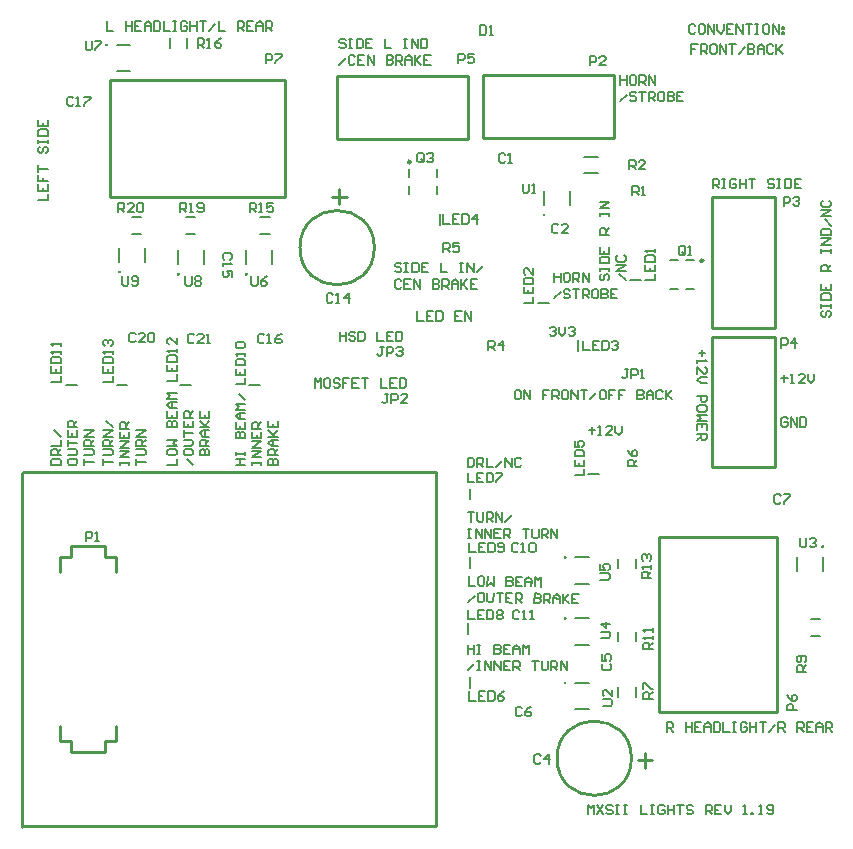
<source format=gto>
G04*
G04 #@! TF.GenerationSoftware,Altium Limited,Altium Designer,18.0.11 (651)*
G04*
G04 Layer_Color=65535*
%FSLAX25Y25*%
%MOIN*%
G70*
G01*
G75*
%ADD10C,0.01000*%
%ADD11C,0.00984*%
%ADD12C,0.00591*%
%ADD13C,0.00787*%
%ADD14C,0.00709*%
D10*
X117913Y193209D02*
G03*
X117913Y193209I-12402J0D01*
G01*
X203600Y23024D02*
G03*
X203600Y23024I-12402J0D01*
G01*
X174488Y204134D02*
G03*
X174488Y204134I-79J0D01*
G01*
X181535Y48122D02*
G03*
X181535Y48122I-79J0D01*
G01*
X267382Y93594D02*
G03*
X267382Y93594I-79J0D01*
G01*
X181535Y69579D02*
G03*
X181535Y69579I-79J0D01*
G01*
X28622Y260720D02*
G03*
X28622Y260720I-79J0D01*
G01*
X75276Y184343D02*
G03*
X75276Y184343I-79J0D01*
G01*
X52638D02*
G03*
X52638Y184343I-79J0D01*
G01*
X32953Y185130D02*
G03*
X32953Y185130I-79J0D01*
G01*
X181535Y89854D02*
G03*
X181535Y89854I-79J0D01*
G01*
X103642Y210236D02*
X108858D01*
X106201Y207874D02*
Y212598D01*
X205864Y22335D02*
X210588D01*
X208226Y19677D02*
Y24894D01*
X154155Y250669D02*
X186614D01*
X154155Y229803D02*
X197755D01*
X154155D02*
Y250669D01*
X197755Y229803D02*
Y250669D01*
X182677D02*
X197755D01*
X251457Y177559D02*
Y210018D01*
X230591Y166418D02*
Y210018D01*
X251457D01*
X230591Y166418D02*
X251457D01*
Y181496D01*
X212874Y38583D02*
Y96850D01*
X252047D01*
X212874Y38583D02*
X252047D01*
Y96850D01*
X31898Y28744D02*
Y33862D01*
X13000Y28744D02*
Y33862D01*
X31898Y85043D02*
Y90161D01*
X13000Y85043D02*
Y90161D01*
X16937Y25201D02*
X27961D01*
X13000Y28744D02*
X16937D01*
X27961Y25201D02*
Y28744D01*
X31898D01*
X16937Y25201D02*
Y28744D01*
X27961Y90161D02*
Y93705D01*
X13000Y90161D02*
X16937D01*
Y93705D01*
X27961Y90161D02*
X31898D01*
X16937Y93705D02*
X27961D01*
X251457Y119961D02*
Y135039D01*
X230591Y119961D02*
X251457D01*
X230591Y163561D02*
X251457D01*
X230591Y119961D02*
Y163561D01*
X251457Y131102D02*
Y163561D01*
X105533Y250386D02*
X137992D01*
X105533Y229520D02*
X149133D01*
X105533D02*
Y250386D01*
X149133Y229520D02*
Y250386D01*
X134055D02*
X149133D01*
X29921Y210012D02*
X88189D01*
X29921D02*
Y249185D01*
X88189Y210012D02*
Y249185D01*
X29921D02*
X88189D01*
X138591Y398D02*
Y118508D01*
X402Y4D02*
Y118114D01*
X795Y118508D02*
X138591D01*
X795Y398D02*
X138591D01*
D11*
X227524Y188894D02*
G03*
X227524Y188894I-492J0D01*
G01*
X130004Y221807D02*
G03*
X130004Y221807I-492J0D01*
G01*
D12*
X174311Y207579D02*
Y212205D01*
X183071Y207579D02*
Y212205D01*
X184902Y39461D02*
X189528D01*
X184902Y48221D02*
X189528D01*
X267402Y85524D02*
Y90150D01*
X258642Y85524D02*
Y90150D01*
X184902Y60917D02*
X189528D01*
X184902Y69677D02*
X189528D01*
X31988Y260819D02*
X36614D01*
X31988Y252059D02*
X36614D01*
X83858Y187787D02*
Y192413D01*
X75099Y187787D02*
Y192413D01*
X52461Y187787D02*
Y192413D01*
X61221Y187787D02*
Y192413D01*
X41535Y188575D02*
Y193201D01*
X32776Y188575D02*
Y193201D01*
X184902Y89953D02*
X189528D01*
X184902Y81193D02*
X189528D01*
X185762Y158869D02*
Y162453D01*
X172570Y174868D02*
X176154D01*
X203278Y182558D02*
X206863D01*
X189105Y117781D02*
X192690D01*
X139699Y200810D02*
Y204395D01*
X149671Y109279D02*
Y112863D01*
Y86405D02*
Y89989D01*
X76113Y147309D02*
X79698D01*
X15090D02*
X18674D01*
X32019D02*
X35603D01*
X149671Y46436D02*
Y50020D01*
X149080Y64358D02*
Y67942D01*
X53279Y147309D02*
X56863D01*
X161548Y224159D02*
X161023Y224684D01*
X159974D01*
X159449Y224159D01*
Y222060D01*
X159974Y221535D01*
X161023D01*
X161548Y222060D01*
X162597Y221535D02*
X163647D01*
X163122D01*
Y224684D01*
X162597Y224159D01*
D13*
X79921Y197827D02*
X83071D01*
X79921Y203536D02*
X83071D01*
X55118Y197827D02*
X58268D01*
X55118Y203536D02*
X58268D01*
X199272Y62000D02*
Y65150D01*
X204980Y62000D02*
Y65150D01*
X263386Y69390D02*
X266535D01*
X263386Y63681D02*
X266535D01*
X204980Y43595D02*
Y46744D01*
X199272Y43595D02*
Y46744D01*
X187795Y218209D02*
X192520D01*
X187795Y223524D02*
X192520D01*
X221850Y179528D02*
X224606D01*
X216339D02*
X219094D01*
X216339Y188976D02*
X219094D01*
X221850D02*
X224606D01*
X138878Y216626D02*
Y219382D01*
Y211114D02*
Y213870D01*
X129429Y211114D02*
Y213870D01*
Y216626D02*
Y219382D01*
X55610Y259842D02*
Y262992D01*
X49902Y259842D02*
Y262992D01*
X37008Y203536D02*
X40157D01*
X37008Y197827D02*
X40157D01*
X204980Y86409D02*
Y89559D01*
X199272Y86409D02*
Y89559D01*
D14*
X149016Y105006D02*
X151115D01*
X150065D01*
Y101857D01*
X152164Y105006D02*
Y102382D01*
X152689Y101857D01*
X153739D01*
X154263Y102382D01*
Y105006D01*
X155313Y101857D02*
Y105006D01*
X156887D01*
X157412Y104481D01*
Y103431D01*
X156887Y102907D01*
X155313D01*
X156362D02*
X157412Y101857D01*
X158461D02*
Y105006D01*
X160561Y101857D01*
Y105006D01*
X161610Y101857D02*
X163709Y103956D01*
X149016Y99527D02*
X150065D01*
X149540D01*
Y96378D01*
X149016D01*
X150065D01*
X151640D02*
Y99527D01*
X153739Y96378D01*
Y99527D01*
X154788Y96378D02*
Y99527D01*
X156887Y96378D01*
Y99527D01*
X160036D02*
X157937D01*
Y96378D01*
X160036D01*
X157937Y97952D02*
X158986D01*
X161085Y96378D02*
Y99527D01*
X162660D01*
X163184Y99002D01*
Y97952D01*
X162660Y97427D01*
X161085D01*
X162135D02*
X163184Y96378D01*
X167383Y99527D02*
X169482D01*
X168432D01*
Y96378D01*
X170531Y99527D02*
Y96903D01*
X171056Y96378D01*
X172105D01*
X172630Y96903D01*
Y99527D01*
X173680Y96378D02*
Y99527D01*
X175254D01*
X175779Y99002D01*
Y97952D01*
X175254Y97427D01*
X173680D01*
X174729D02*
X175779Y96378D01*
X176828D02*
Y99527D01*
X178927Y96378D01*
Y99527D01*
X27560Y120787D02*
Y122887D01*
Y121837D01*
X30709D01*
X27560Y123936D02*
X30184D01*
X30709Y124461D01*
Y125510D01*
X30184Y126035D01*
X27560D01*
X30709Y127085D02*
X27560D01*
Y128659D01*
X28085Y129184D01*
X29134D01*
X29659Y128659D01*
Y127085D01*
Y128134D02*
X30709Y129184D01*
Y130233D02*
X27560D01*
X30709Y132332D01*
X27560D01*
X30709Y133382D02*
X28610Y135481D01*
X33039Y120787D02*
Y121837D01*
Y121312D01*
X36188D01*
Y120787D01*
Y121837D01*
Y123411D02*
X33039D01*
X36188Y125510D01*
X33039D01*
X36188Y126560D02*
X33039D01*
X36188Y128659D01*
X33039D01*
Y131807D02*
Y129708D01*
X36188D01*
Y131807D01*
X34613Y129708D02*
Y130758D01*
X36188Y132857D02*
X33039D01*
Y134431D01*
X33564Y134956D01*
X34613D01*
X35138Y134431D01*
Y132857D01*
Y133906D02*
X36188Y134956D01*
X38518Y120787D02*
Y122887D01*
Y121837D01*
X41667D01*
X38518Y123936D02*
X41142D01*
X41667Y124461D01*
Y125510D01*
X41142Y126035D01*
X38518D01*
X41667Y127085D02*
X38518D01*
Y128659D01*
X39043Y129184D01*
X40093D01*
X40617Y128659D01*
Y127085D01*
Y128134D02*
X41667Y129184D01*
Y130233D02*
X38518D01*
X41667Y132332D01*
X38518D01*
X48820Y120787D02*
X51968D01*
Y122887D01*
X48820Y125510D02*
Y124461D01*
X49345Y123936D01*
X51444D01*
X51968Y124461D01*
Y125510D01*
X51444Y126035D01*
X49345D01*
X48820Y125510D01*
Y127085D02*
X51968D01*
X50919Y128134D01*
X51968Y129184D01*
X48820D01*
Y133382D02*
X51968D01*
Y134956D01*
X51444Y135481D01*
X50919D01*
X50394Y134956D01*
Y133382D01*
Y134956D01*
X49869Y135481D01*
X49345D01*
X48820Y134956D01*
Y133382D01*
Y138629D02*
Y136530D01*
X51968D01*
Y138629D01*
X50394Y136530D02*
Y137580D01*
X51968Y139679D02*
X49869D01*
X48820Y140728D01*
X49869Y141778D01*
X51968D01*
X50394D01*
Y139679D01*
X51968Y142827D02*
X48820D01*
X49869Y143877D01*
X48820Y144927D01*
X51968D01*
X57448Y120787D02*
X55348Y122887D01*
X54299Y125510D02*
Y124461D01*
X54824Y123936D01*
X56923D01*
X57448Y124461D01*
Y125510D01*
X56923Y126035D01*
X54824D01*
X54299Y125510D01*
Y127085D02*
X56923D01*
X57448Y127609D01*
Y128659D01*
X56923Y129184D01*
X54299D01*
Y130233D02*
Y132332D01*
Y131283D01*
X57448D01*
X54299Y135481D02*
Y133382D01*
X57448D01*
Y135481D01*
X55873Y133382D02*
Y134431D01*
X57448Y136530D02*
X54299D01*
Y138105D01*
X54824Y138629D01*
X55873D01*
X56398Y138105D01*
Y136530D01*
Y137580D02*
X57448Y138629D01*
X59778Y123936D02*
X62927D01*
Y125510D01*
X62402Y126035D01*
X61877D01*
X61352Y125510D01*
Y123936D01*
Y125510D01*
X60828Y126035D01*
X60303D01*
X59778Y125510D01*
Y123936D01*
X62927Y127085D02*
X59778D01*
Y128659D01*
X60303Y129184D01*
X61352D01*
X61877Y128659D01*
Y127085D01*
Y128134D02*
X62927Y129184D01*
Y130233D02*
X60828D01*
X59778Y131283D01*
X60828Y132332D01*
X62927D01*
X61352D01*
Y130233D01*
X59778Y133382D02*
X62927D01*
X61877D01*
X59778Y135481D01*
X61352Y133906D01*
X62927Y135481D01*
X59778Y138629D02*
Y136530D01*
X62927D01*
Y138629D01*
X61352Y136530D02*
Y137580D01*
X108319Y262355D02*
X107795Y262880D01*
X106745D01*
X106220Y262355D01*
Y261830D01*
X106745Y261305D01*
X107795D01*
X108319Y260781D01*
Y260256D01*
X107795Y259731D01*
X106745D01*
X106220Y260256D01*
X109369Y262880D02*
X110419D01*
X109894D01*
Y259731D01*
X109369D01*
X110419D01*
X111993Y262880D02*
Y259731D01*
X113567D01*
X114092Y260256D01*
Y262355D01*
X113567Y262880D01*
X111993D01*
X117241D02*
X115141D01*
Y259731D01*
X117241D01*
X115141Y261305D02*
X116191D01*
X121439Y262880D02*
Y259731D01*
X123538D01*
X127736Y262880D02*
X128785D01*
X128261D01*
Y259731D01*
X127736D01*
X128785D01*
X130360D02*
Y262880D01*
X132459Y259731D01*
Y262880D01*
X133508D02*
Y259731D01*
X135083D01*
X135607Y260256D01*
Y262355D01*
X135083Y262880D01*
X133508D01*
X106220Y254252D02*
X108319Y256351D01*
X111468Y256876D02*
X110943Y257401D01*
X109894D01*
X109369Y256876D01*
Y254777D01*
X109894Y254252D01*
X110943D01*
X111468Y254777D01*
X114617Y257401D02*
X112518D01*
Y254252D01*
X114617D01*
X112518Y255826D02*
X113567D01*
X115666Y254252D02*
Y257401D01*
X117765Y254252D01*
Y257401D01*
X121963D02*
Y254252D01*
X123538D01*
X124063Y254777D01*
Y255301D01*
X123538Y255826D01*
X121963D01*
X123538D01*
X124063Y256351D01*
Y256876D01*
X123538Y257401D01*
X121963D01*
X125112Y254252D02*
Y257401D01*
X126686D01*
X127211Y256876D01*
Y255826D01*
X126686Y255301D01*
X125112D01*
X126162D02*
X127211Y254252D01*
X128261D02*
Y256351D01*
X129310Y257401D01*
X130360Y256351D01*
Y254252D01*
Y255826D01*
X128261D01*
X131409Y257401D02*
Y254252D01*
Y255301D01*
X133508Y257401D01*
X131934Y255826D01*
X133508Y254252D01*
X136657Y257401D02*
X134558D01*
Y254252D01*
X136657D01*
X134558Y255826D02*
X135607D01*
X71655Y120787D02*
X74803D01*
X73229D01*
Y122887D01*
X71655D01*
X74803D01*
X71655Y123936D02*
Y124986D01*
Y124461D01*
X74803D01*
Y123936D01*
Y124986D01*
X71655Y129708D02*
X74803D01*
Y131283D01*
X74278Y131807D01*
X73754D01*
X73229Y131283D01*
Y129708D01*
Y131283D01*
X72704Y131807D01*
X72179D01*
X71655Y131283D01*
Y129708D01*
Y134956D02*
Y132857D01*
X74803D01*
Y134956D01*
X73229Y132857D02*
Y133906D01*
X74803Y136006D02*
X72704D01*
X71655Y137055D01*
X72704Y138105D01*
X74803D01*
X73229D01*
Y136006D01*
X74803Y139154D02*
X71655D01*
X72704Y140204D01*
X71655Y141253D01*
X74803D01*
Y142303D02*
X72704Y144402D01*
X77134Y120787D02*
Y121837D01*
Y121312D01*
X80282D01*
Y120787D01*
Y121837D01*
Y123411D02*
X77134D01*
X80282Y125510D01*
X77134D01*
X80282Y126560D02*
X77134D01*
X80282Y128659D01*
X77134D01*
Y131807D02*
Y129708D01*
X80282D01*
Y131807D01*
X78708Y129708D02*
Y130758D01*
X80282Y132857D02*
X77134D01*
Y134431D01*
X77658Y134956D01*
X78708D01*
X79233Y134431D01*
Y132857D01*
Y133906D02*
X80282Y134956D01*
X82613Y120787D02*
X85761D01*
Y122362D01*
X85237Y122887D01*
X84712D01*
X84187Y122362D01*
Y120787D01*
Y122362D01*
X83662Y122887D01*
X83138D01*
X82613Y122362D01*
Y120787D01*
X85761Y123936D02*
X82613D01*
Y125510D01*
X83138Y126035D01*
X84187D01*
X84712Y125510D01*
Y123936D01*
Y124986D02*
X85761Y126035D01*
Y127085D02*
X83662D01*
X82613Y128134D01*
X83662Y129184D01*
X85761D01*
X84187D01*
Y127085D01*
X82613Y130233D02*
X85761D01*
X84712D01*
X82613Y132332D01*
X84187Y130758D01*
X85761Y132332D01*
X82613Y135481D02*
Y133382D01*
X85761D01*
Y135481D01*
X84187Y133382D02*
Y134431D01*
X149016Y60911D02*
Y57762D01*
Y59337D01*
X151115D01*
Y60911D01*
Y57762D01*
X152164Y60911D02*
X153214D01*
X152689D01*
Y57762D01*
X152164D01*
X153214D01*
X157937Y60911D02*
Y57762D01*
X159511D01*
X160036Y58287D01*
Y58812D01*
X159511Y59337D01*
X157937D01*
X159511D01*
X160036Y59862D01*
Y60386D01*
X159511Y60911D01*
X157937D01*
X163184D02*
X161085D01*
Y57762D01*
X163184D01*
X161085Y59337D02*
X162135D01*
X164234Y57762D02*
Y59862D01*
X165284Y60911D01*
X166333Y59862D01*
Y57762D01*
Y59337D01*
X164234D01*
X167383Y57762D02*
Y60911D01*
X168432Y59862D01*
X169482Y60911D01*
Y57762D01*
X149016Y52284D02*
X151115Y54382D01*
X152164Y55432D02*
X153214D01*
X152689D01*
Y52284D01*
X152164D01*
X153214D01*
X154788D02*
Y55432D01*
X156887Y52284D01*
Y55432D01*
X157937Y52284D02*
Y55432D01*
X160036Y52284D01*
Y55432D01*
X163184D02*
X161085D01*
Y52284D01*
X163184D01*
X161085Y53858D02*
X162135D01*
X164234Y52284D02*
Y55432D01*
X165808D01*
X166333Y54907D01*
Y53858D01*
X165808Y53333D01*
X164234D01*
X165284D02*
X166333Y52284D01*
X170531Y55432D02*
X172630D01*
X171581D01*
Y52284D01*
X173680Y55432D02*
Y52808D01*
X174205Y52284D01*
X175254D01*
X175779Y52808D01*
Y55432D01*
X176828Y52284D02*
Y55432D01*
X178403D01*
X178927Y54907D01*
Y53858D01*
X178403Y53333D01*
X176828D01*
X177878D02*
X178927Y52284D01*
X179977D02*
Y55432D01*
X182076Y52284D01*
Y55432D01*
X193551Y184382D02*
X193026Y183858D01*
Y182808D01*
X193551Y182283D01*
X194075D01*
X194600Y182808D01*
Y183858D01*
X195125Y184382D01*
X195650D01*
X196175Y183858D01*
Y182808D01*
X195650Y182283D01*
X193026Y185432D02*
Y186482D01*
Y185957D01*
X196175D01*
Y185432D01*
Y186482D01*
X193026Y188056D02*
X196175D01*
Y189630D01*
X195650Y190155D01*
X193551D01*
X193026Y189630D01*
Y188056D01*
Y193304D02*
Y191205D01*
X196175D01*
Y193304D01*
X194600Y191205D02*
Y192254D01*
X196175Y197502D02*
X193026D01*
Y199076D01*
X193551Y199601D01*
X194600D01*
X195125Y199076D01*
Y197502D01*
Y198551D02*
X196175Y199601D01*
X193026Y203799D02*
Y204848D01*
Y204324D01*
X196175D01*
Y203799D01*
Y204848D01*
Y206423D02*
X193026D01*
X196175Y208522D01*
X193026D01*
X201654Y182283D02*
X199555Y184382D01*
X201654Y185432D02*
X198505D01*
X201654Y187531D01*
X198505D01*
X199030Y190680D02*
X198505Y190155D01*
Y189105D01*
X199030Y188581D01*
X201129D01*
X201654Y189105D01*
Y190155D01*
X201129Y190680D01*
X149342Y83735D02*
X149299Y80587D01*
X151397Y80558D01*
X154065Y83670D02*
X153015Y83684D01*
X152483Y83167D01*
X152454Y81068D01*
X152971Y80536D01*
X154021Y80521D01*
X154553Y81039D01*
X154582Y83138D01*
X154065Y83670D01*
X155639Y83648D02*
X155595Y80499D01*
X156659Y81534D01*
X157694Y80470D01*
X157738Y83618D01*
X161935Y83560D02*
X161892Y80412D01*
X163466Y80390D01*
X163998Y80907D01*
X164005Y81432D01*
X163488Y81964D01*
X161914Y81986D01*
X163488Y81964D01*
X164020Y82482D01*
X164027Y83006D01*
X163510Y83538D01*
X161935Y83560D01*
X167183Y83487D02*
X165084Y83516D01*
X165040Y80368D01*
X167139Y80339D01*
X165062Y81942D02*
X166111Y81928D01*
X168188Y80324D02*
X168217Y82423D01*
X169281Y83458D01*
X170316Y82394D01*
X170287Y80295D01*
X170309Y81869D01*
X168210Y81899D01*
X171336Y80281D02*
X171380Y83429D01*
X172415Y82365D01*
X173479Y83400D01*
X173435Y80251D01*
X149222Y75108D02*
X151350Y77178D01*
X153989Y78191D02*
X152939Y78206D01*
X152407Y77688D01*
X152378Y75589D01*
X152895Y75057D01*
X153945Y75043D01*
X154477Y75560D01*
X154506Y77659D01*
X153989Y78191D01*
X155563Y78169D02*
X155526Y75546D01*
X156044Y75014D01*
X157093Y74999D01*
X157625Y75516D01*
X157661Y78140D01*
X158711Y78125D02*
X160810Y78096D01*
X159760Y78111D01*
X159717Y74962D01*
X163958Y78052D02*
X161859Y78082D01*
X161816Y74933D01*
X163914Y74904D01*
X161837Y76507D02*
X162887Y76493D01*
X164964Y74890D02*
X165007Y78038D01*
X166582Y78016D01*
X167099Y77484D01*
X167085Y76435D01*
X166552Y75917D01*
X164978Y75939D01*
X166028Y75924D02*
X167063Y74860D01*
X171304Y77950D02*
X171260Y74802D01*
X172835Y74780D01*
X173366Y75298D01*
X173374Y75822D01*
X172856Y76354D01*
X171282Y76376D01*
X172856Y76354D01*
X173388Y76872D01*
X173396Y77397D01*
X172878Y77929D01*
X171304Y77950D01*
X174409Y74758D02*
X174452Y77907D01*
X176026Y77885D01*
X176544Y77353D01*
X176529Y76303D01*
X175997Y75786D01*
X174423Y75808D01*
X175473Y75793D02*
X176507Y74729D01*
X177557Y74715D02*
X177586Y76814D01*
X178650Y77848D01*
X179685Y76784D01*
X179656Y74686D01*
X179678Y76260D01*
X177579Y76289D01*
X180749Y77819D02*
X180705Y74671D01*
X180720Y75720D01*
X182848Y77790D01*
X181252Y76238D01*
X182804Y74642D01*
X185996Y77746D02*
X183897Y77776D01*
X183853Y74627D01*
X185952Y74598D01*
X183875Y76201D02*
X184925Y76187D01*
X10237Y120787D02*
X13386D01*
Y122362D01*
X12861Y122887D01*
X10762D01*
X10237Y122362D01*
Y120787D01*
X13386Y123936D02*
X10237D01*
Y125510D01*
X10762Y126035D01*
X11812D01*
X12336Y125510D01*
Y123936D01*
Y124986D02*
X13386Y126035D01*
X10237Y127085D02*
X13386D01*
Y129184D01*
Y130233D02*
X11287Y132332D01*
X15716Y122362D02*
Y121312D01*
X16241Y120787D01*
X18340D01*
X18865Y121312D01*
Y122362D01*
X18340Y122887D01*
X16241D01*
X15716Y122362D01*
Y123936D02*
X18340D01*
X18865Y124461D01*
Y125510D01*
X18340Y126035D01*
X15716D01*
Y127085D02*
Y129184D01*
Y128134D01*
X18865D01*
X15716Y132332D02*
Y130233D01*
X18865D01*
Y132332D01*
X17291Y130233D02*
Y131283D01*
X18865Y133382D02*
X15716D01*
Y134956D01*
X16241Y135481D01*
X17291D01*
X17815Y134956D01*
Y133382D01*
Y134431D02*
X18865Y135481D01*
X21195Y120787D02*
Y122887D01*
Y121837D01*
X24344D01*
X21195Y123936D02*
X23819D01*
X24344Y124461D01*
Y125510D01*
X23819Y126035D01*
X21195D01*
X24344Y127085D02*
X21195D01*
Y128659D01*
X21720Y129184D01*
X22770D01*
X23294Y128659D01*
Y127085D01*
Y128134D02*
X24344Y129184D01*
Y130233D02*
X21195D01*
X24344Y132332D01*
X21195D01*
X177874Y184927D02*
Y181778D01*
Y183353D01*
X179973D01*
Y184927D01*
Y181778D01*
X182597Y184927D02*
X181547D01*
X181023Y184402D01*
Y182303D01*
X181547Y181778D01*
X182597D01*
X183122Y182303D01*
Y184402D01*
X182597Y184927D01*
X184171Y181778D02*
Y184927D01*
X185746D01*
X186270Y184402D01*
Y183353D01*
X185746Y182828D01*
X184171D01*
X185221D02*
X186270Y181778D01*
X187320D02*
Y184927D01*
X189419Y181778D01*
Y184927D01*
X177874Y176299D02*
X179973Y178398D01*
X183122Y178923D02*
X182597Y179448D01*
X181547D01*
X181023Y178923D01*
Y178398D01*
X181547Y177874D01*
X182597D01*
X183122Y177349D01*
Y176824D01*
X182597Y176299D01*
X181547D01*
X181023Y176824D01*
X184171Y179448D02*
X186270D01*
X185221D01*
Y176299D01*
X187320D02*
Y179448D01*
X188894D01*
X189419Y178923D01*
Y177874D01*
X188894Y177349D01*
X187320D01*
X188369D02*
X189419Y176299D01*
X192043Y179448D02*
X190993D01*
X190468Y178923D01*
Y176824D01*
X190993Y176299D01*
X192043D01*
X192567Y176824D01*
Y178923D01*
X192043Y179448D01*
X193617D02*
Y176299D01*
X195191D01*
X195716Y176824D01*
Y177349D01*
X195191Y177874D01*
X193617D01*
X195191D01*
X195716Y178398D01*
Y178923D01*
X195191Y179448D01*
X193617D01*
X198865D02*
X196766D01*
Y176299D01*
X198865D01*
X196766Y177874D02*
X197815D01*
X199921Y250675D02*
Y247526D01*
Y249101D01*
X202020D01*
Y250675D01*
Y247526D01*
X204644Y250675D02*
X203595D01*
X203070Y250150D01*
Y248051D01*
X203595Y247526D01*
X204644D01*
X205169Y248051D01*
Y250150D01*
X204644Y250675D01*
X206218Y247526D02*
Y250675D01*
X207793D01*
X208317Y250150D01*
Y249101D01*
X207793Y248576D01*
X206218D01*
X207268D02*
X208317Y247526D01*
X209367D02*
Y250675D01*
X211466Y247526D01*
Y250675D01*
X199921Y242047D02*
X202020Y244146D01*
X205169Y244671D02*
X204644Y245196D01*
X203595D01*
X203070Y244671D01*
Y244146D01*
X203595Y243621D01*
X204644D01*
X205169Y243097D01*
Y242572D01*
X204644Y242047D01*
X203595D01*
X203070Y242572D01*
X206218Y245196D02*
X208317D01*
X207268D01*
Y242047D01*
X209367D02*
Y245196D01*
X210941D01*
X211466Y244671D01*
Y243621D01*
X210941Y243097D01*
X209367D01*
X210417D02*
X211466Y242047D01*
X214090Y245196D02*
X213040D01*
X212516Y244671D01*
Y242572D01*
X213040Y242047D01*
X214090D01*
X214615Y242572D01*
Y244671D01*
X214090Y245196D01*
X215664D02*
Y242047D01*
X217238D01*
X217763Y242572D01*
Y243097D01*
X217238Y243621D01*
X215664D01*
X217238D01*
X217763Y244146D01*
Y244671D01*
X217238Y245196D01*
X215664D01*
X220912D02*
X218813D01*
Y242047D01*
X220912D01*
X218813Y243621D02*
X219862D01*
X176378Y166403D02*
X176903Y166928D01*
X177952D01*
X178477Y166403D01*
Y165879D01*
X177952Y165354D01*
X177427D01*
X177952D01*
X178477Y164829D01*
Y164304D01*
X177952Y163779D01*
X176903D01*
X176378Y164304D01*
X179526Y166928D02*
Y164829D01*
X180576Y163779D01*
X181626Y164829D01*
Y166928D01*
X182675Y166403D02*
X183200Y166928D01*
X184249D01*
X184774Y166403D01*
Y165879D01*
X184249Y165354D01*
X183725D01*
X184249D01*
X184774Y164829D01*
Y164304D01*
X184249Y163779D01*
X183200D01*
X182675Y164304D01*
X255642Y136088D02*
X255118Y136613D01*
X254068D01*
X253543Y136088D01*
Y133989D01*
X254068Y133465D01*
X255118D01*
X255642Y133989D01*
Y135039D01*
X254593D01*
X256692Y133465D02*
Y136613D01*
X258791Y133465D01*
Y136613D01*
X259840D02*
Y133465D01*
X261415D01*
X261940Y133989D01*
Y136088D01*
X261415Y136613D01*
X259840D01*
X253543Y149606D02*
X255642D01*
X254593Y150655D02*
Y148556D01*
X256692Y148031D02*
X257741D01*
X257217D01*
Y151180D01*
X256692Y150655D01*
X261415Y148031D02*
X259316D01*
X261415Y150131D01*
Y150655D01*
X260890Y151180D01*
X259840D01*
X259316Y150655D01*
X262464Y151180D02*
Y149081D01*
X263514Y148031D01*
X264563Y149081D01*
Y151180D01*
X189370Y132283D02*
X191469D01*
X190420Y133333D02*
Y131233D01*
X192519Y130709D02*
X193568D01*
X193043D01*
Y133857D01*
X192519Y133333D01*
X197242Y130709D02*
X195142D01*
X197242Y132808D01*
Y133333D01*
X196717Y133857D01*
X195667D01*
X195142Y133333D01*
X198291Y133857D02*
Y131758D01*
X199341Y130709D01*
X200390Y131758D01*
Y133857D01*
X167060Y39632D02*
X166535Y40156D01*
X165485D01*
X164961Y39632D01*
Y37533D01*
X165485Y37008D01*
X166535D01*
X167060Y37533D01*
X170208Y40156D02*
X169159Y39632D01*
X168109Y38582D01*
Y37533D01*
X168634Y37008D01*
X169684D01*
X170208Y37533D01*
Y38057D01*
X169684Y38582D01*
X168109D01*
X166272Y71915D02*
X165747Y72440D01*
X164698D01*
X164173Y71915D01*
Y69816D01*
X164698Y69291D01*
X165747D01*
X166272Y69816D01*
X167322Y69291D02*
X168371D01*
X167847D01*
Y72440D01*
X167322Y71915D01*
X169946Y69291D02*
X170995D01*
X170470D01*
Y72440D01*
X169946Y71915D01*
X165879Y94356D02*
X165354Y94881D01*
X164304D01*
X163779Y94356D01*
Y92257D01*
X164304Y91732D01*
X165354D01*
X165879Y92257D01*
X166928Y91732D02*
X167978D01*
X167453D01*
Y94881D01*
X166928Y94356D01*
X169552D02*
X170077Y94881D01*
X171126D01*
X171651Y94356D01*
Y92257D01*
X171126Y91732D01*
X170077D01*
X169552Y92257D01*
Y94356D01*
X153150Y267322D02*
Y264173D01*
X154724D01*
X155249Y264698D01*
Y266797D01*
X154724Y267322D01*
X153150D01*
X156298Y264173D02*
X157348D01*
X156823D01*
Y267322D01*
X156298Y266797D01*
X230709Y212992D02*
Y216141D01*
X232283D01*
X232808Y215616D01*
Y214566D01*
X232283Y214042D01*
X230709D01*
X231758D02*
X232808Y212992D01*
X233857Y216141D02*
X234907D01*
X234382D01*
Y212992D01*
X233857D01*
X234907D01*
X238580Y215616D02*
X238055Y216141D01*
X237006D01*
X236481Y215616D01*
Y213517D01*
X237006Y212992D01*
X238055D01*
X238580Y213517D01*
Y214566D01*
X237531D01*
X239630Y216141D02*
Y212992D01*
Y214566D01*
X241729D01*
Y216141D01*
Y212992D01*
X242778Y216141D02*
X244877D01*
X243828D01*
Y212992D01*
X251174Y215616D02*
X250650Y216141D01*
X249600D01*
X249075Y215616D01*
Y215091D01*
X249600Y214566D01*
X250650D01*
X251174Y214042D01*
Y213517D01*
X250650Y212992D01*
X249600D01*
X249075Y213517D01*
X252224Y216141D02*
X253274D01*
X252749D01*
Y212992D01*
X252224D01*
X253274D01*
X254848Y216141D02*
Y212992D01*
X256422D01*
X256947Y213517D01*
Y215616D01*
X256422Y216141D01*
X254848D01*
X260096D02*
X257997D01*
Y212992D01*
X260096D01*
X257997Y214566D02*
X259046D01*
X5906Y209055D02*
X9055D01*
Y211154D01*
X5906Y214303D02*
Y212204D01*
X9055D01*
Y214303D01*
X7481Y212204D02*
Y213253D01*
X5906Y217451D02*
Y215352D01*
X7481D01*
Y216402D01*
Y215352D01*
X9055D01*
X5906Y218501D02*
Y220600D01*
Y219550D01*
X9055D01*
X6431Y226897D02*
X5906Y226372D01*
Y225323D01*
X6431Y224798D01*
X6956D01*
X7481Y225323D01*
Y226372D01*
X8006Y226897D01*
X8530D01*
X9055Y226372D01*
Y225323D01*
X8530Y224798D01*
X5906Y227947D02*
Y228996D01*
Y228471D01*
X9055D01*
Y227947D01*
Y228996D01*
X5906Y230571D02*
X9055D01*
Y232145D01*
X8530Y232669D01*
X6431D01*
X5906Y232145D01*
Y230571D01*
Y235818D02*
Y233719D01*
X9055D01*
Y235818D01*
X7481Y233719D02*
Y234769D01*
X149016Y123227D02*
Y120079D01*
X150590D01*
X151115Y120604D01*
Y122703D01*
X150590Y123227D01*
X149016D01*
X152164Y120079D02*
Y123227D01*
X153739D01*
X154263Y122703D01*
Y121653D01*
X153739Y121128D01*
X152164D01*
X153214D02*
X154263Y120079D01*
X155313Y123227D02*
Y120079D01*
X157412D01*
X158461D02*
X160561Y122178D01*
X161610Y120079D02*
Y123227D01*
X163709Y120079D01*
Y123227D01*
X166858Y122703D02*
X166333Y123227D01*
X165284D01*
X164759Y122703D01*
Y120604D01*
X165284Y120079D01*
X166333D01*
X166858Y120604D01*
X225721Y261023D02*
X223622D01*
Y259448D01*
X224672D01*
X223622D01*
Y257874D01*
X226771D02*
Y261023D01*
X228345D01*
X228870Y260498D01*
Y259448D01*
X228345Y258924D01*
X226771D01*
X227820D02*
X228870Y257874D01*
X231493Y261023D02*
X230444D01*
X229919Y260498D01*
Y258399D01*
X230444Y257874D01*
X231493D01*
X232018Y258399D01*
Y260498D01*
X231493Y261023D01*
X233068Y257874D02*
Y261023D01*
X235167Y257874D01*
Y261023D01*
X236216D02*
X238316D01*
X237266D01*
Y257874D01*
X239365D02*
X241464Y259973D01*
X242514Y261023D02*
Y257874D01*
X244088D01*
X244613Y258399D01*
Y258924D01*
X244088Y259448D01*
X242514D01*
X244088D01*
X244613Y259973D01*
Y260498D01*
X244088Y261023D01*
X242514D01*
X245662Y257874D02*
Y259973D01*
X246712Y261023D01*
X247761Y259973D01*
Y257874D01*
Y259448D01*
X245662D01*
X250910Y260498D02*
X250385Y261023D01*
X249336D01*
X248811Y260498D01*
Y258399D01*
X249336Y257874D01*
X250385D01*
X250910Y258399D01*
X251959Y261023D02*
Y257874D01*
Y258924D01*
X254058Y261023D01*
X252484Y259448D01*
X254058Y257874D01*
X224934Y267191D02*
X224409Y267716D01*
X223359D01*
X222835Y267191D01*
Y265092D01*
X223359Y264567D01*
X224409D01*
X224934Y265092D01*
X227557Y267716D02*
X226508D01*
X225983Y267191D01*
Y265092D01*
X226508Y264567D01*
X227557D01*
X228082Y265092D01*
Y267191D01*
X227557Y267716D01*
X229132Y264567D02*
Y267716D01*
X231231Y264567D01*
Y267716D01*
X232280D02*
Y265616D01*
X233330Y264567D01*
X234380Y265616D01*
Y267716D01*
X237528D02*
X235429D01*
Y264567D01*
X237528D01*
X235429Y266141D02*
X236478D01*
X238578Y264567D02*
Y267716D01*
X240677Y264567D01*
Y267716D01*
X241726D02*
X243825D01*
X242776D01*
Y264567D01*
X244875Y267716D02*
X245924D01*
X245399D01*
Y264567D01*
X244875D01*
X245924D01*
X249073Y267716D02*
X248023D01*
X247499Y267191D01*
Y265092D01*
X248023Y264567D01*
X249073D01*
X249598Y265092D01*
Y267191D01*
X249073Y267716D01*
X250647Y264567D02*
Y267716D01*
X252746Y264567D01*
Y267716D01*
X253796Y266666D02*
X254321D01*
Y266141D01*
X253796D01*
Y266666D01*
Y265092D02*
X254321D01*
Y264567D01*
X253796D01*
Y265092D01*
X126902Y182151D02*
X126377Y182676D01*
X125328D01*
X124803Y182151D01*
Y180052D01*
X125328Y179528D01*
X126377D01*
X126902Y180052D01*
X130051Y182676D02*
X127952D01*
Y179528D01*
X130051D01*
X127952Y181102D02*
X129001D01*
X131100Y179528D02*
Y182676D01*
X133199Y179528D01*
Y182676D01*
X137398D02*
Y179528D01*
X138972D01*
X139497Y180052D01*
Y180577D01*
X138972Y181102D01*
X137398D01*
X138972D01*
X139497Y181627D01*
Y182151D01*
X138972Y182676D01*
X137398D01*
X140546Y179528D02*
Y182676D01*
X142120D01*
X142645Y182151D01*
Y181102D01*
X142120Y180577D01*
X140546D01*
X141596D02*
X142645Y179528D01*
X143695D02*
Y181627D01*
X144744Y182676D01*
X145794Y181627D01*
Y179528D01*
Y181102D01*
X143695D01*
X146843Y182676D02*
Y179528D01*
Y180577D01*
X148942Y182676D01*
X147368Y181102D01*
X148942Y179528D01*
X152091Y182676D02*
X149992D01*
Y179528D01*
X152091D01*
X149992Y181102D02*
X151041D01*
X126902Y187663D02*
X126377Y188188D01*
X125328D01*
X124803Y187663D01*
Y187138D01*
X125328Y186614D01*
X126377D01*
X126902Y186089D01*
Y185564D01*
X126377Y185039D01*
X125328D01*
X124803Y185564D01*
X127952Y188188D02*
X129001D01*
X128477D01*
Y185039D01*
X127952D01*
X129001D01*
X130576Y188188D02*
Y185039D01*
X132150D01*
X132675Y185564D01*
Y187663D01*
X132150Y188188D01*
X130576D01*
X135823D02*
X133724D01*
Y185039D01*
X135823D01*
X133724Y186614D02*
X134774D01*
X140021Y188188D02*
Y185039D01*
X142120D01*
X146318Y188188D02*
X147368D01*
X146843D01*
Y185039D01*
X146318D01*
X147368D01*
X148942D02*
Y188188D01*
X151041Y185039D01*
Y188188D01*
X152091Y185039D02*
X154190Y187138D01*
X227165Y159055D02*
Y156956D01*
X228214Y158006D02*
X226115D01*
X225590Y155906D02*
Y154857D01*
Y155382D01*
X228739D01*
X228214Y155906D01*
X225590Y151184D02*
Y153283D01*
X227690Y151184D01*
X228214D01*
X228739Y151708D01*
Y152758D01*
X228214Y153283D01*
X228739Y150134D02*
X226640D01*
X225590Y149085D01*
X226640Y148035D01*
X228739D01*
X225590Y143837D02*
X228739D01*
Y142263D01*
X228214Y141738D01*
X227165D01*
X226640Y142263D01*
Y143837D01*
X228739Y139114D02*
Y140164D01*
X228214Y140688D01*
X226115D01*
X225590Y140164D01*
Y139114D01*
X226115Y138589D01*
X228214D01*
X228739Y139114D01*
Y137540D02*
X225590D01*
X226640Y136490D01*
X225590Y135441D01*
X228739D01*
Y132292D02*
Y134391D01*
X225590D01*
Y132292D01*
X227165Y134391D02*
Y133342D01*
X225590Y131243D02*
X228739D01*
Y129668D01*
X228214Y129144D01*
X227165D01*
X226640Y129668D01*
Y131243D01*
Y130193D02*
X225590Y129144D01*
X98032Y146457D02*
Y149605D01*
X99081Y148556D01*
X100131Y149605D01*
Y146457D01*
X102754Y149605D02*
X101705D01*
X101180Y149081D01*
Y146982D01*
X101705Y146457D01*
X102754D01*
X103279Y146982D01*
Y149081D01*
X102754Y149605D01*
X106428Y149081D02*
X105903Y149605D01*
X104853D01*
X104329Y149081D01*
Y148556D01*
X104853Y148031D01*
X105903D01*
X106428Y147506D01*
Y146982D01*
X105903Y146457D01*
X104853D01*
X104329Y146982D01*
X109576Y149605D02*
X107477D01*
Y148031D01*
X108527D01*
X107477D01*
Y146457D01*
X112725Y149605D02*
X110626D01*
Y146457D01*
X112725D01*
X110626Y148031D02*
X111675D01*
X113775Y149605D02*
X115874D01*
X114824D01*
Y146457D01*
X120072Y149605D02*
Y146457D01*
X122171D01*
X125319Y149605D02*
X123220D01*
Y146457D01*
X125319D01*
X123220Y148031D02*
X124270D01*
X126369Y149605D02*
Y146457D01*
X127943D01*
X128468Y146982D01*
Y149081D01*
X127943Y149605D01*
X126369D01*
X106296Y165247D02*
Y162099D01*
Y163673D01*
X108395D01*
Y165247D01*
Y162099D01*
X111544Y164722D02*
X111019Y165247D01*
X109970D01*
X109445Y164722D01*
Y164198D01*
X109970Y163673D01*
X111019D01*
X111544Y163148D01*
Y162623D01*
X111019Y162099D01*
X109970D01*
X109445Y162623D01*
X112593Y165247D02*
Y162099D01*
X114168D01*
X114692Y162623D01*
Y164722D01*
X114168Y165247D01*
X112593D01*
X118891D02*
Y162099D01*
X120990D01*
X124138Y165247D02*
X122039D01*
Y162099D01*
X124138D01*
X122039Y163673D02*
X123089D01*
X125188Y165247D02*
Y162099D01*
X126762D01*
X127287Y162623D01*
Y164722D01*
X126762Y165247D01*
X125188D01*
X132283Y172046D02*
Y168898D01*
X134382D01*
X137531Y172046D02*
X135432D01*
Y168898D01*
X137531D01*
X135432Y170472D02*
X136482D01*
X138581Y172046D02*
Y168898D01*
X140155D01*
X140680Y169422D01*
Y171521D01*
X140155Y172046D01*
X138581D01*
X146977D02*
X144878D01*
Y168898D01*
X146977D01*
X144878Y170472D02*
X145927D01*
X148026Y168898D02*
Y172046D01*
X150126Y168898D01*
Y172046D01*
X166240Y145767D02*
X165190D01*
X164666Y145242D01*
Y143143D01*
X165190Y142618D01*
X166240D01*
X166765Y143143D01*
Y145242D01*
X166240Y145767D01*
X167814Y142618D02*
Y145767D01*
X169913Y142618D01*
Y145767D01*
X176210D02*
X174111D01*
Y144193D01*
X175161D01*
X174111D01*
Y142618D01*
X177260D02*
Y145767D01*
X178834D01*
X179359Y145242D01*
Y144193D01*
X178834Y143668D01*
X177260D01*
X178310D02*
X179359Y142618D01*
X181983Y145767D02*
X180933D01*
X180409Y145242D01*
Y143143D01*
X180933Y142618D01*
X181983D01*
X182508Y143143D01*
Y145242D01*
X181983Y145767D01*
X183557Y142618D02*
Y145767D01*
X185656Y142618D01*
Y145767D01*
X186706D02*
X188805D01*
X187755D01*
Y142618D01*
X189854D02*
X191953Y144718D01*
X194577Y145767D02*
X193528D01*
X193003Y145242D01*
Y143143D01*
X193528Y142618D01*
X194577D01*
X195102Y143143D01*
Y145242D01*
X194577Y145767D01*
X198251D02*
X196151D01*
Y144193D01*
X197201D01*
X196151D01*
Y142618D01*
X201399Y145767D02*
X199300D01*
Y144193D01*
X200350D01*
X199300D01*
Y142618D01*
X205597Y145767D02*
Y142618D01*
X207172D01*
X207696Y143143D01*
Y143668D01*
X207172Y144193D01*
X205597D01*
X207172D01*
X207696Y144718D01*
Y145242D01*
X207172Y145767D01*
X205597D01*
X208746Y142618D02*
Y144718D01*
X209795Y145767D01*
X210845Y144718D01*
Y142618D01*
Y144193D01*
X208746D01*
X213994Y145242D02*
X213469Y145767D01*
X212419D01*
X211894Y145242D01*
Y143143D01*
X212419Y142618D01*
X213469D01*
X213994Y143143D01*
X215043Y145767D02*
Y142618D01*
Y143668D01*
X217142Y145767D01*
X215568Y144193D01*
X217142Y142618D01*
X215354Y31890D02*
Y35038D01*
X216929D01*
X217453Y34514D01*
Y33464D01*
X216929Y32939D01*
X215354D01*
X216404D02*
X217453Y31890D01*
X221652Y35038D02*
Y31890D01*
Y33464D01*
X223751D01*
Y35038D01*
Y31890D01*
X226899Y35038D02*
X224800D01*
Y31890D01*
X226899D01*
X224800Y33464D02*
X225850D01*
X227949Y31890D02*
Y33989D01*
X228998Y35038D01*
X230048Y33989D01*
Y31890D01*
Y33464D01*
X227949D01*
X231097Y35038D02*
Y31890D01*
X232672D01*
X233196Y32414D01*
Y34514D01*
X232672Y35038D01*
X231097D01*
X234246D02*
Y31890D01*
X236345D01*
X237394Y35038D02*
X238444D01*
X237919D01*
Y31890D01*
X237394D01*
X238444D01*
X242117Y34514D02*
X241593Y35038D01*
X240543D01*
X240018Y34514D01*
Y32414D01*
X240543Y31890D01*
X241593D01*
X242117Y32414D01*
Y33464D01*
X241068D01*
X243167Y35038D02*
Y31890D01*
Y33464D01*
X245266D01*
Y35038D01*
Y31890D01*
X246316Y35038D02*
X248414D01*
X247365D01*
Y31890D01*
X249464D02*
X251563Y33989D01*
X252613Y31890D02*
Y35038D01*
X254187D01*
X254712Y34514D01*
Y33464D01*
X254187Y32939D01*
X252613D01*
X253662D02*
X254712Y31890D01*
X258910D02*
Y35038D01*
X260484D01*
X261009Y34514D01*
Y33464D01*
X260484Y32939D01*
X258910D01*
X259959D02*
X261009Y31890D01*
X264158Y35038D02*
X262058D01*
Y31890D01*
X264158D01*
X262058Y33464D02*
X263108D01*
X265207Y31890D02*
Y33989D01*
X266256Y35038D01*
X267306Y33989D01*
Y31890D01*
Y33464D01*
X265207D01*
X268356Y31890D02*
Y35038D01*
X269930D01*
X270455Y34514D01*
Y33464D01*
X269930Y32939D01*
X268356D01*
X269405D02*
X270455Y31890D01*
X28740Y268692D02*
Y265543D01*
X30839D01*
X35037Y268692D02*
Y265543D01*
Y267118D01*
X37136D01*
Y268692D01*
Y265543D01*
X40285Y268692D02*
X38186D01*
Y265543D01*
X40285D01*
X38186Y267118D02*
X39235D01*
X41335Y265543D02*
Y267642D01*
X42384Y268692D01*
X43434Y267642D01*
Y265543D01*
Y267118D01*
X41335D01*
X44483Y268692D02*
Y265543D01*
X46057D01*
X46582Y266068D01*
Y268167D01*
X46057Y268692D01*
X44483D01*
X47632D02*
Y265543D01*
X49731D01*
X50780Y268692D02*
X51830D01*
X51305D01*
Y265543D01*
X50780D01*
X51830D01*
X55503Y268167D02*
X54978Y268692D01*
X53929D01*
X53404Y268167D01*
Y266068D01*
X53929Y265543D01*
X54978D01*
X55503Y266068D01*
Y267118D01*
X54454D01*
X56553Y268692D02*
Y265543D01*
Y267118D01*
X58652D01*
Y268692D01*
Y265543D01*
X59701Y268692D02*
X61800D01*
X60751D01*
Y265543D01*
X62850D02*
X64949Y267642D01*
X65999Y268692D02*
Y265543D01*
X68098D01*
X72296D02*
Y268692D01*
X73870D01*
X74395Y268167D01*
Y267118D01*
X73870Y266593D01*
X72296D01*
X73345D02*
X74395Y265543D01*
X77543Y268692D02*
X75444D01*
Y265543D01*
X77543D01*
X75444Y267118D02*
X76494D01*
X78593Y265543D02*
Y267642D01*
X79642Y268692D01*
X80692Y267642D01*
Y265543D01*
Y267118D01*
X78593D01*
X81741Y265543D02*
Y268692D01*
X83316D01*
X83841Y268167D01*
Y267118D01*
X83316Y266593D01*
X81741D01*
X82791D02*
X83841Y265543D01*
X267455Y172178D02*
X266930Y171653D01*
Y170604D01*
X267455Y170079D01*
X267980D01*
X268504Y170604D01*
Y171653D01*
X269029Y172178D01*
X269554D01*
X270079Y171653D01*
Y170604D01*
X269554Y170079D01*
X266930Y173227D02*
Y174277D01*
Y173752D01*
X270079D01*
Y173227D01*
Y174277D01*
X266930Y175851D02*
X270079D01*
Y177426D01*
X269554Y177950D01*
X267455D01*
X266930Y177426D01*
Y175851D01*
Y181099D02*
Y179000D01*
X270079D01*
Y181099D01*
X268504Y179000D02*
Y180049D01*
X270079Y185297D02*
X266930D01*
Y186871D01*
X267455Y187396D01*
X268504D01*
X269029Y186871D01*
Y185297D01*
Y186346D02*
X270079Y187396D01*
X266930Y191594D02*
Y192644D01*
Y192119D01*
X270079D01*
Y191594D01*
Y192644D01*
Y194218D02*
X266930D01*
X270079Y196317D01*
X266930D01*
Y197366D02*
X270079D01*
Y198941D01*
X269554Y199466D01*
X267455D01*
X266930Y198941D01*
Y197366D01*
X270079Y200515D02*
X267980Y202614D01*
X270079Y203664D02*
X266930D01*
X270079Y205763D01*
X266930D01*
X267455Y208911D02*
X266930Y208387D01*
Y207337D01*
X267455Y206812D01*
X269554D01*
X270079Y207337D01*
Y208387D01*
X269554Y208911D01*
X188976Y4331D02*
Y7479D01*
X190026Y6430D01*
X191075Y7479D01*
Y4331D01*
X192125Y7479D02*
X194224Y4331D01*
Y7479D02*
X192125Y4331D01*
X197373Y6955D02*
X196848Y7479D01*
X195798D01*
X195274Y6955D01*
Y6430D01*
X195798Y5905D01*
X196848D01*
X197373Y5380D01*
Y4856D01*
X196848Y4331D01*
X195798D01*
X195274Y4856D01*
X198422Y7479D02*
X199472D01*
X198947D01*
Y4331D01*
X198422D01*
X199472D01*
X201046Y7479D02*
X202096D01*
X201571D01*
Y4331D01*
X201046D01*
X202096D01*
X206818Y7479D02*
Y4331D01*
X208917D01*
X209967Y7479D02*
X211017D01*
X210492D01*
Y4331D01*
X209967D01*
X211017D01*
X214690Y6955D02*
X214165Y7479D01*
X213116D01*
X212591Y6955D01*
Y4856D01*
X213116Y4331D01*
X214165D01*
X214690Y4856D01*
Y5905D01*
X213640D01*
X215739Y7479D02*
Y4331D01*
Y5905D01*
X217839D01*
Y7479D01*
Y4331D01*
X218888Y7479D02*
X220987D01*
X219937D01*
Y4331D01*
X224136Y6955D02*
X223611Y7479D01*
X222561D01*
X222037Y6955D01*
Y6430D01*
X222561Y5905D01*
X223611D01*
X224136Y5380D01*
Y4856D01*
X223611Y4331D01*
X222561D01*
X222037Y4856D01*
X228334Y4331D02*
Y7479D01*
X229908D01*
X230433Y6955D01*
Y5905D01*
X229908Y5380D01*
X228334D01*
X229383D02*
X230433Y4331D01*
X233581Y7479D02*
X231482D01*
Y4331D01*
X233581D01*
X231482Y5905D02*
X232532D01*
X234631Y7479D02*
Y5380D01*
X235681Y4331D01*
X236730Y5380D01*
Y7479D01*
X240928Y4331D02*
X241978D01*
X241453D01*
Y7479D01*
X240928Y6955D01*
X243552Y4331D02*
Y4856D01*
X244077D01*
Y4331D01*
X243552D01*
X246176D02*
X247225D01*
X246701D01*
Y7479D01*
X246176Y6955D01*
X248800Y4856D02*
X249324Y4331D01*
X250374D01*
X250899Y4856D01*
Y6955D01*
X250374Y7479D01*
X249324D01*
X248800Y6955D01*
Y6430D01*
X249324Y5905D01*
X250899D01*
X258661Y38976D02*
X255513D01*
Y40551D01*
X256038Y41075D01*
X257087D01*
X257612Y40551D01*
Y38976D01*
X255513Y44224D02*
X256038Y43174D01*
X257087Y42125D01*
X258137D01*
X258661Y42650D01*
Y43699D01*
X258137Y44224D01*
X257612D01*
X257087Y43699D01*
Y42125D01*
X254331Y207087D02*
Y210235D01*
X255905D01*
X256430Y209710D01*
Y208661D01*
X255905Y208136D01*
X254331D01*
X257479Y209710D02*
X258004Y210235D01*
X259054D01*
X259578Y209710D01*
Y209186D01*
X259054Y208661D01*
X258529D01*
X259054D01*
X259578Y208136D01*
Y207611D01*
X259054Y207087D01*
X258004D01*
X257479Y207611D01*
X189764Y253937D02*
Y257086D01*
X191338D01*
X191863Y256561D01*
Y255511D01*
X191338Y254987D01*
X189764D01*
X195011Y253937D02*
X192912D01*
X195011Y256036D01*
Y256561D01*
X194487Y257086D01*
X193437D01*
X192912Y256561D01*
X155905Y159055D02*
Y162204D01*
X157480D01*
X158005Y161679D01*
Y160629D01*
X157480Y160105D01*
X155905D01*
X156955D02*
X158005Y159055D01*
X160628D02*
Y162204D01*
X159054Y160629D01*
X161153D01*
X187598Y162243D02*
Y159095D01*
X189698D01*
X192846Y162243D02*
X190747D01*
Y159095D01*
X192846D01*
X190747Y160669D02*
X191797D01*
X193896Y162243D02*
Y159095D01*
X195470D01*
X195995Y159619D01*
Y161718D01*
X195470Y162243D01*
X193896D01*
X197044Y161718D02*
X197569Y162243D01*
X198618D01*
X199143Y161718D01*
Y161194D01*
X198618Y160669D01*
X198094D01*
X198618D01*
X199143Y160144D01*
Y159619D01*
X198618Y159095D01*
X197569D01*
X197044Y159619D01*
X120997Y160235D02*
X119947D01*
X120472D01*
Y157611D01*
X119947Y157087D01*
X119422D01*
X118898Y157611D01*
X122046Y157087D02*
Y160235D01*
X123620D01*
X124145Y159710D01*
Y158661D01*
X123620Y158136D01*
X122046D01*
X125195Y159710D02*
X125720Y160235D01*
X126769D01*
X127294Y159710D01*
Y159186D01*
X126769Y158661D01*
X126244D01*
X126769D01*
X127294Y158136D01*
Y157611D01*
X126769Y157087D01*
X125720D01*
X125195Y157611D01*
X210236Y83071D02*
X207088D01*
Y84645D01*
X207612Y85170D01*
X208662D01*
X209187Y84645D01*
Y83071D01*
Y84120D02*
X210236Y85170D01*
Y86220D02*
Y87269D01*
Y86744D01*
X207088D01*
X207612Y86220D01*
Y88843D02*
X207088Y89368D01*
Y90418D01*
X207612Y90942D01*
X208137D01*
X208662Y90418D01*
Y89893D01*
Y90418D01*
X209187Y90942D01*
X209712D01*
X210236Y90418D01*
Y89368D01*
X209712Y88843D01*
X194227Y54461D02*
X193702Y53936D01*
Y52887D01*
X194227Y52362D01*
X196326D01*
X196850Y52887D01*
Y53936D01*
X196326Y54461D01*
X193702Y57610D02*
Y55511D01*
X195276D01*
X194751Y56560D01*
Y57085D01*
X195276Y57610D01*
X196326D01*
X196850Y57085D01*
Y56036D01*
X196326Y55511D01*
X193220Y82571D02*
X195843D01*
X196368Y83096D01*
Y84145D01*
X195843Y84670D01*
X193220D01*
Y87818D02*
Y85719D01*
X194794D01*
X194269Y86769D01*
Y87294D01*
X194794Y87818D01*
X195843D01*
X196368Y87294D01*
Y86244D01*
X195843Y85719D01*
X33858Y183653D02*
Y181029D01*
X34383Y180504D01*
X35433D01*
X35957Y181029D01*
Y183653D01*
X37007Y181029D02*
X37532Y180504D01*
X38581D01*
X39106Y181029D01*
Y183128D01*
X38581Y183653D01*
X37532D01*
X37007Y183128D01*
Y182603D01*
X37532Y182078D01*
X39106D01*
X32480Y205012D02*
Y208160D01*
X34055D01*
X34579Y207636D01*
Y206586D01*
X34055Y206061D01*
X32480D01*
X33530D02*
X34579Y205012D01*
X37728D02*
X35629D01*
X37728Y207111D01*
Y207636D01*
X37203Y208160D01*
X36154D01*
X35629Y207636D01*
X38778D02*
X39302Y208160D01*
X40352D01*
X40877Y207636D01*
Y205537D01*
X40352Y205012D01*
X39302D01*
X38778Y205537D01*
Y207636D01*
X59035Y259842D02*
Y262991D01*
X60610D01*
X61134Y262466D01*
Y261417D01*
X60610Y260892D01*
X59035D01*
X60085D02*
X61134Y259842D01*
X62184D02*
X63234D01*
X62709D01*
Y262991D01*
X62184Y262466D01*
X66907Y262991D02*
X65857Y262466D01*
X64808Y261417D01*
Y260367D01*
X65333Y259842D01*
X66382D01*
X66907Y260367D01*
Y260892D01*
X66382Y261417D01*
X64808D01*
X48820Y148879D02*
X51968D01*
Y150978D01*
X48820Y154127D02*
Y152028D01*
X51968D01*
Y154127D01*
X50394Y152028D02*
Y153077D01*
X48820Y155176D02*
X51968D01*
Y156751D01*
X51444Y157275D01*
X49345D01*
X48820Y156751D01*
Y155176D01*
X51968Y158325D02*
Y159374D01*
Y158850D01*
X48820D01*
X49345Y158325D01*
X51968Y163048D02*
Y160949D01*
X49869Y163048D01*
X49345D01*
X48820Y162523D01*
Y161474D01*
X49345Y160949D01*
X149213Y72440D02*
Y69291D01*
X151312D01*
X154460Y72440D02*
X152361D01*
Y69291D01*
X154460D01*
X152361Y70866D02*
X153411D01*
X155510Y72440D02*
Y69291D01*
X157084D01*
X157609Y69816D01*
Y71915D01*
X157084Y72440D01*
X155510D01*
X158658Y71915D02*
X159183Y72440D01*
X160233D01*
X160757Y71915D01*
Y71390D01*
X160233Y70866D01*
X160757Y70341D01*
Y69816D01*
X160233Y69291D01*
X159183D01*
X158658Y69816D01*
Y70341D01*
X159183Y70866D01*
X158658Y71390D01*
Y71915D01*
X159183Y70866D02*
X160233D01*
X149606Y45275D02*
Y42126D01*
X151705D01*
X154854Y45275D02*
X152755D01*
Y42126D01*
X154854D01*
X152755Y43700D02*
X153804D01*
X155903Y45275D02*
Y42126D01*
X157478D01*
X158002Y42651D01*
Y44750D01*
X157478Y45275D01*
X155903D01*
X161151D02*
X160102Y44750D01*
X159052Y43700D01*
Y42651D01*
X159577Y42126D01*
X160626D01*
X161151Y42651D01*
Y43176D01*
X160626Y43700D01*
X159052D01*
X173359Y23884D02*
X172834Y24408D01*
X171785D01*
X171260Y23884D01*
Y21785D01*
X171785Y21260D01*
X172834D01*
X173359Y21785D01*
X175983Y21260D02*
Y24408D01*
X174408Y22834D01*
X176507D01*
X38320Y164329D02*
X37795Y164853D01*
X36745D01*
X36220Y164329D01*
Y162230D01*
X36745Y161705D01*
X37795D01*
X38320Y162230D01*
X41468Y161705D02*
X39369D01*
X41468Y163804D01*
Y164329D01*
X40943Y164853D01*
X39894D01*
X39369Y164329D01*
X42518D02*
X43042Y164853D01*
X44092D01*
X44617Y164329D01*
Y162230D01*
X44092Y161705D01*
X43042D01*
X42518Y162230D01*
Y164329D01*
X57832Y163950D02*
X57307Y164474D01*
X56257D01*
X55733Y163950D01*
Y161851D01*
X56257Y161326D01*
X57307D01*
X57832Y161851D01*
X60980Y161326D02*
X58881D01*
X60980Y163425D01*
Y163950D01*
X60456Y164474D01*
X59406D01*
X58881Y163950D01*
X62030Y161326D02*
X63079D01*
X62555D01*
Y164474D01*
X62030Y163950D01*
X17552Y243069D02*
X17027Y243594D01*
X15978D01*
X15453Y243069D01*
Y240970D01*
X15978Y240445D01*
X17027D01*
X17552Y240970D01*
X18601Y240445D02*
X19651D01*
X19126D01*
Y243594D01*
X18601Y243069D01*
X21225Y243594D02*
X23324D01*
Y243069D01*
X21225Y240970D01*
Y240445D01*
X81233Y163950D02*
X80708Y164474D01*
X79659D01*
X79134Y163950D01*
Y161851D01*
X79659Y161326D01*
X80708D01*
X81233Y161851D01*
X82282Y161326D02*
X83332D01*
X82807D01*
Y164474D01*
X82282Y163950D01*
X87005Y164474D02*
X85956Y163950D01*
X84906Y162900D01*
Y161851D01*
X85431Y161326D01*
X86481D01*
X87005Y161851D01*
Y162375D01*
X86481Y162900D01*
X84906D01*
X104068Y177427D02*
X103543Y177952D01*
X102493D01*
X101969Y177427D01*
Y175328D01*
X102493Y174803D01*
X103543D01*
X104068Y175328D01*
X105117Y174803D02*
X106167D01*
X105642D01*
Y177952D01*
X105117Y177427D01*
X109315Y174803D02*
Y177952D01*
X107741Y176377D01*
X109840D01*
X69947Y189240D02*
X70471Y189764D01*
Y190814D01*
X69947Y191339D01*
X67848D01*
X67323Y190814D01*
Y189764D01*
X67848Y189240D01*
X67323Y188190D02*
Y187141D01*
Y187665D01*
X70471D01*
X69947Y188190D01*
X70471Y183467D02*
Y185566D01*
X68897D01*
X69422Y184517D01*
Y183992D01*
X68897Y183467D01*
X67848D01*
X67323Y183992D01*
Y185041D01*
X67848Y185566D01*
X253300Y110498D02*
X252775Y111023D01*
X251726D01*
X251201Y110498D01*
Y108399D01*
X251726Y107874D01*
X252775D01*
X253300Y108399D01*
X254349Y111023D02*
X256448D01*
Y110498D01*
X254349Y108399D01*
Y107874D01*
X81807Y254618D02*
Y257767D01*
X83381D01*
X83906Y257242D01*
Y256192D01*
X83381Y255668D01*
X81807D01*
X84956Y257767D02*
X87055D01*
Y257242D01*
X84956Y255143D01*
Y254618D01*
X54921Y183653D02*
Y181029D01*
X55446Y180504D01*
X56496D01*
X57020Y181029D01*
Y183653D01*
X58070Y183128D02*
X58595Y183653D01*
X59644D01*
X60169Y183128D01*
Y182603D01*
X59644Y182078D01*
X60169Y181553D01*
Y181029D01*
X59644Y180504D01*
X58595D01*
X58070Y181029D01*
Y181553D01*
X58595Y182078D01*
X58070Y182603D01*
Y183128D01*
X58595Y182078D02*
X59644D01*
X76870Y183653D02*
Y181029D01*
X77395Y180504D01*
X78444D01*
X78969Y181029D01*
Y183653D01*
X82118D02*
X81068Y183128D01*
X80019Y182078D01*
Y181029D01*
X80544Y180504D01*
X81593D01*
X82118Y181029D01*
Y181553D01*
X81593Y182078D01*
X80019D01*
X21654Y262097D02*
Y259474D01*
X22178Y258949D01*
X23228D01*
X23753Y259474D01*
Y262097D01*
X24802D02*
X26901D01*
Y261573D01*
X24802Y259474D01*
Y258949D01*
X193459Y63128D02*
X196083D01*
X196608Y63653D01*
Y64703D01*
X196083Y65228D01*
X193459D01*
X196608Y67851D02*
X193459D01*
X195034Y66277D01*
Y68376D01*
X259842Y96456D02*
Y93832D01*
X260367Y93307D01*
X261417D01*
X261942Y93832D01*
Y96456D01*
X262991Y95931D02*
X263516Y96456D01*
X264565D01*
X265090Y95931D01*
Y95406D01*
X264565Y94881D01*
X264041D01*
X264565D01*
X265090Y94357D01*
Y93832D01*
X264565Y93307D01*
X263516D01*
X262991Y93832D01*
X194096Y40551D02*
X196719D01*
X197244Y41076D01*
Y42125D01*
X196719Y42650D01*
X194096D01*
X197244Y45799D02*
Y43700D01*
X195145Y45799D01*
X194620D01*
X194096Y45274D01*
Y44225D01*
X194620Y43700D01*
X140945Y191732D02*
Y194881D01*
X142519D01*
X143044Y194356D01*
Y193307D01*
X142519Y192782D01*
X140945D01*
X141994D02*
X143044Y191732D01*
X146193Y194881D02*
X144094D01*
Y193307D01*
X145143Y193831D01*
X145668D01*
X146193Y193307D01*
Y192257D01*
X145668Y191732D01*
X144618D01*
X144094Y192257D01*
X205512Y120472D02*
X202363D01*
Y122047D01*
X202888Y122572D01*
X203938D01*
X204462Y122047D01*
Y120472D01*
Y121522D02*
X205512Y122572D01*
X202363Y125720D02*
X202888Y124671D01*
X203938Y123621D01*
X204987D01*
X205512Y124146D01*
Y125195D01*
X204987Y125720D01*
X204462D01*
X203938Y125195D01*
Y123621D01*
X203937Y210630D02*
Y213778D01*
X205511D01*
X206036Y213254D01*
Y212204D01*
X205511Y211679D01*
X203937D01*
X204987D02*
X206036Y210630D01*
X207086D02*
X208135D01*
X207610D01*
Y213778D01*
X207086Y213254D01*
X134382Y222178D02*
Y224277D01*
X133858Y224802D01*
X132808D01*
X132283Y224277D01*
Y222178D01*
X132808Y221654D01*
X133858D01*
X133333Y222703D02*
X134382Y221654D01*
X133858D02*
X134382Y222178D01*
X135432Y224277D02*
X135957Y224802D01*
X137006D01*
X137531Y224277D01*
Y223753D01*
X137006Y223228D01*
X136482D01*
X137006D01*
X137531Y222703D01*
Y222178D01*
X137006Y221654D01*
X135957D01*
X135432Y222178D01*
X221493Y191168D02*
Y193268D01*
X220969Y193792D01*
X219919D01*
X219394Y193268D01*
Y191168D01*
X219919Y190644D01*
X220969D01*
X220444Y191693D02*
X221493Y190644D01*
X220969D02*
X221493Y191168D01*
X222543Y190644D02*
X223592D01*
X223068D01*
Y193792D01*
X222543Y193268D01*
X145866Y254717D02*
Y257865D01*
X147441D01*
X147965Y257340D01*
Y256291D01*
X147441Y255766D01*
X145866D01*
X151114Y257865D02*
X149015D01*
Y256291D01*
X150064Y256816D01*
X150589D01*
X151114Y256291D01*
Y255241D01*
X150589Y254717D01*
X149539D01*
X149015Y255241D01*
X253543Y159843D02*
Y162991D01*
X255118D01*
X255642Y162466D01*
Y161417D01*
X255118Y160892D01*
X253543D01*
X258266Y159843D02*
Y162991D01*
X256692Y161417D01*
X258791D01*
X27560Y148425D02*
X30709D01*
Y150524D01*
X27560Y153673D02*
Y151574D01*
X30709D01*
Y153673D01*
X29134Y151574D02*
Y152623D01*
X27560Y154722D02*
X30709D01*
Y156297D01*
X30184Y156821D01*
X28085D01*
X27560Y156297D01*
Y154722D01*
X30709Y157871D02*
Y158921D01*
Y158396D01*
X27560D01*
X28085Y157871D01*
Y160495D02*
X27560Y161020D01*
Y162069D01*
X28085Y162594D01*
X28610D01*
X29134Y162069D01*
Y161544D01*
Y162069D01*
X29659Y162594D01*
X30184D01*
X30709Y162069D01*
Y161020D01*
X30184Y160495D01*
X10237Y148425D02*
X13386D01*
Y150524D01*
X10237Y153673D02*
Y151574D01*
X13386D01*
Y153673D01*
X11812Y151574D02*
Y152623D01*
X10237Y154722D02*
X13386D01*
Y156297D01*
X12861Y156821D01*
X10762D01*
X10237Y156297D01*
Y154722D01*
X13386Y157871D02*
Y158921D01*
Y158396D01*
X10237D01*
X10762Y157871D01*
X13386Y160495D02*
Y161544D01*
Y161020D01*
X10237D01*
X10762Y160495D01*
X71655Y147638D02*
X74803D01*
Y149737D01*
X71655Y152885D02*
Y150786D01*
X74803D01*
Y152885D01*
X73229Y150786D02*
Y151836D01*
X71655Y153935D02*
X74803D01*
Y155509D01*
X74278Y156034D01*
X72179D01*
X71655Y155509D01*
Y153935D01*
X74803Y157084D02*
Y158133D01*
Y157608D01*
X71655D01*
X72179Y157084D01*
Y159707D02*
X71655Y160232D01*
Y161282D01*
X72179Y161806D01*
X74278D01*
X74803Y161282D01*
Y160232D01*
X74278Y159707D01*
X72179D01*
X149606Y94881D02*
Y91732D01*
X151705D01*
X154854Y94881D02*
X152755D01*
Y91732D01*
X154854D01*
X152755Y93307D02*
X153804D01*
X155903Y94881D02*
Y91732D01*
X157478D01*
X158002Y92257D01*
Y94356D01*
X157478Y94881D01*
X155903D01*
X159052Y92257D02*
X159577Y91732D01*
X160626D01*
X161151Y92257D01*
Y94356D01*
X160626Y94881D01*
X159577D01*
X159052Y94356D01*
Y93831D01*
X159577Y93307D01*
X161151D01*
X149016Y118109D02*
Y114961D01*
X151115D01*
X154263Y118109D02*
X152164D01*
Y114961D01*
X154263D01*
X152164Y116535D02*
X153214D01*
X155313Y118109D02*
Y114961D01*
X156887D01*
X157412Y115485D01*
Y117585D01*
X156887Y118109D01*
X155313D01*
X158461D02*
X160561D01*
Y117585D01*
X158461Y115485D01*
Y114961D01*
X140945Y204330D02*
Y201181D01*
X143044D01*
X146193Y204330D02*
X144094D01*
Y201181D01*
X146193D01*
X144094Y202755D02*
X145143D01*
X147242Y204330D02*
Y201181D01*
X148816D01*
X149341Y201706D01*
Y203805D01*
X148816Y204330D01*
X147242D01*
X151965Y201181D02*
Y204330D01*
X150391Y202755D01*
X152490D01*
X184647Y117323D02*
X187795D01*
Y119422D01*
X184647Y122571D02*
Y120471D01*
X187795D01*
Y122571D01*
X186221Y120471D02*
Y121521D01*
X184647Y123620D02*
X187795D01*
Y125194D01*
X187270Y125719D01*
X185171D01*
X184647Y125194D01*
Y123620D01*
Y128868D02*
Y126769D01*
X186221D01*
X185696Y127818D01*
Y128343D01*
X186221Y128868D01*
X187270D01*
X187795Y128343D01*
Y127293D01*
X187270Y126769D01*
X208269Y182283D02*
X211417D01*
Y184382D01*
X208269Y187531D02*
Y185432D01*
X211417D01*
Y187531D01*
X209843Y185432D02*
Y186482D01*
X208269Y188581D02*
X211417D01*
Y190155D01*
X210893Y190680D01*
X208793D01*
X208269Y190155D01*
Y188581D01*
X211417Y191729D02*
Y192779D01*
Y192254D01*
X208269D01*
X208793Y191729D01*
X167718Y174803D02*
X170866D01*
Y176902D01*
X167718Y180051D02*
Y177952D01*
X170866D01*
Y180051D01*
X169292Y177952D02*
Y179001D01*
X167718Y181100D02*
X170866D01*
Y182675D01*
X170341Y183199D01*
X168242D01*
X167718Y182675D01*
Y181100D01*
X170866Y186348D02*
Y184249D01*
X168767Y186348D01*
X168242D01*
X167718Y185823D01*
Y184774D01*
X168242Y184249D01*
X202493Y152755D02*
X201444D01*
X201968D01*
Y150131D01*
X201444Y149607D01*
X200919D01*
X200394Y150131D01*
X203543Y149607D02*
Y152755D01*
X205117D01*
X205642Y152231D01*
Y151181D01*
X205117Y150656D01*
X203543D01*
X206691Y149607D02*
X207741D01*
X207216D01*
Y152755D01*
X206691Y152231D01*
X122572Y144487D02*
X121522D01*
X122047D01*
Y141863D01*
X121522Y141339D01*
X120997D01*
X120472Y141863D01*
X123621Y141339D02*
Y144487D01*
X125195D01*
X125720Y143962D01*
Y142913D01*
X125195Y142388D01*
X123621D01*
X128869Y141339D02*
X126770D01*
X128869Y143438D01*
Y143962D01*
X128344Y144487D01*
X127294D01*
X126770Y143962D01*
X202888Y219291D02*
Y222440D01*
X204462D01*
X204987Y221915D01*
Y220866D01*
X204462Y220341D01*
X202888D01*
X203937D02*
X204987Y219291D01*
X208135D02*
X206036D01*
X208135Y221390D01*
Y221915D01*
X207610Y222440D01*
X206561D01*
X206036Y221915D01*
X21795Y95398D02*
Y98546D01*
X23370D01*
X23894Y98021D01*
Y96972D01*
X23370Y96447D01*
X21795D01*
X24944Y95398D02*
X25993D01*
X25469D01*
Y98546D01*
X24944Y98021D01*
X210630Y42913D02*
X207481D01*
Y44488D01*
X208006Y45013D01*
X209056D01*
X209580Y44488D01*
Y42913D01*
Y43963D02*
X210630Y45013D01*
X207481Y46062D02*
Y48161D01*
X208006D01*
X210105Y46062D01*
X210630D01*
X261831Y51878D02*
X258682D01*
Y53452D01*
X259207Y53977D01*
X260256D01*
X260781Y53452D01*
Y51878D01*
Y52928D02*
X261831Y53977D01*
X261306Y55027D02*
X261831Y55551D01*
Y56601D01*
X261306Y57126D01*
X259207D01*
X258682Y56601D01*
Y55551D01*
X259207Y55027D01*
X259732D01*
X260256Y55551D01*
Y57126D01*
X210630Y59449D02*
X207481D01*
Y61023D01*
X208006Y61548D01*
X209056D01*
X209580Y61023D01*
Y59449D01*
Y60498D02*
X210630Y61548D01*
Y62597D02*
Y63647D01*
Y63122D01*
X207481D01*
X208006Y62597D01*
X210630Y65221D02*
Y66271D01*
Y65746D01*
X207481D01*
X208006Y65221D01*
X53150Y205012D02*
Y208160D01*
X54724D01*
X55249Y207636D01*
Y206586D01*
X54724Y206061D01*
X53150D01*
X54199D02*
X55249Y205012D01*
X56298D02*
X57348D01*
X56823D01*
Y208160D01*
X56298Y207636D01*
X58922Y205537D02*
X59447Y205012D01*
X60496D01*
X61021Y205537D01*
Y207636D01*
X60496Y208160D01*
X59447D01*
X58922Y207636D01*
Y207111D01*
X59447Y206586D01*
X61021D01*
X76378Y205012D02*
Y208160D01*
X77952D01*
X78477Y207636D01*
Y206586D01*
X77952Y206061D01*
X76378D01*
X77428D02*
X78477Y205012D01*
X79527D02*
X80576D01*
X80051D01*
Y208160D01*
X79527Y207636D01*
X84250Y208160D02*
X82150D01*
Y206586D01*
X83200Y207111D01*
X83725D01*
X84250Y206586D01*
Y205537D01*
X83725Y205012D01*
X82675D01*
X82150Y205537D01*
X179264Y200655D02*
X178740Y201180D01*
X177690D01*
X177165Y200655D01*
Y198556D01*
X177690Y198031D01*
X178740D01*
X179264Y198556D01*
X182413Y198031D02*
X180314D01*
X182413Y200131D01*
Y200655D01*
X181888Y201180D01*
X180839D01*
X180314Y200655D01*
X167323Y214566D02*
Y211942D01*
X167848Y211417D01*
X168897D01*
X169422Y211942D01*
Y214566D01*
X170471Y211417D02*
X171521D01*
X170996D01*
Y214566D01*
X170471Y214041D01*
M02*

</source>
